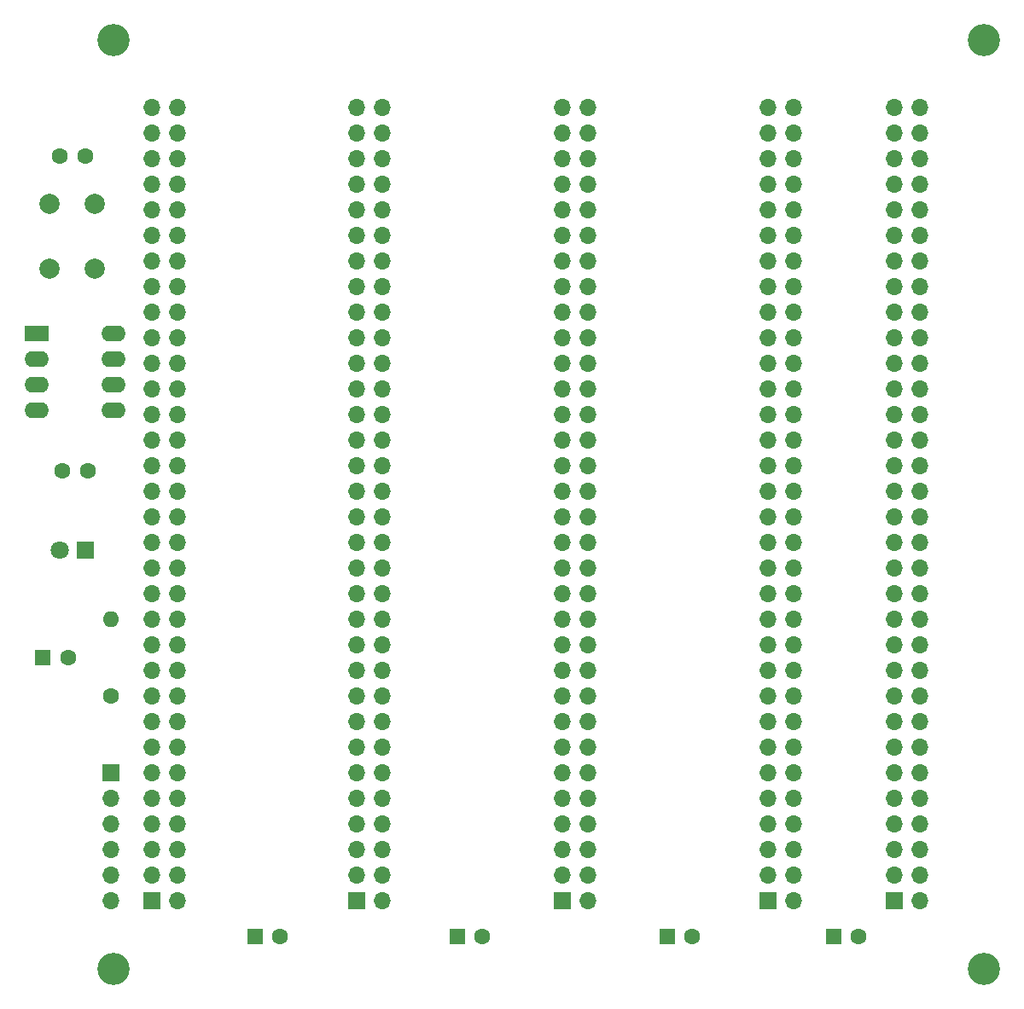
<source format=gts>
G04 #@! TF.GenerationSoftware,KiCad,Pcbnew,(6.0.2)*
G04 #@! TF.CreationDate,2022-10-15T15:33:45-07:00*
G04 #@! TF.ProjectId,Backplane,4261636b-706c-4616-9e65-2e6b69636164,1.0*
G04 #@! TF.SameCoordinates,Original*
G04 #@! TF.FileFunction,Soldermask,Top*
G04 #@! TF.FilePolarity,Negative*
%FSLAX46Y46*%
G04 Gerber Fmt 4.6, Leading zero omitted, Abs format (unit mm)*
G04 Created by KiCad (PCBNEW (6.0.2)) date 2022-10-15 15:33:45*
%MOMM*%
%LPD*%
G01*
G04 APERTURE LIST*
%ADD10R,2.400000X1.600000*%
%ADD11O,2.400000X1.600000*%
%ADD12C,2.000000*%
%ADD13C,1.600000*%
%ADD14O,1.600000X1.600000*%
%ADD15R,1.800000X1.800000*%
%ADD16C,1.800000*%
%ADD17R,1.600000X1.600000*%
%ADD18R,1.700000X1.700000*%
%ADD19O,1.700000X1.700000*%
%ADD20C,3.200000*%
G04 APERTURE END LIST*
D10*
X98537000Y-79512000D03*
D11*
X98537000Y-82052000D03*
X98537000Y-84592000D03*
X98537000Y-87132000D03*
X106157000Y-87132000D03*
X106157000Y-84592000D03*
X106157000Y-82052000D03*
X106157000Y-79512000D03*
D12*
X99822000Y-66652000D03*
X99822000Y-73152000D03*
X104322000Y-66652000D03*
X104322000Y-73152000D03*
D13*
X101112000Y-93218000D03*
X103612000Y-93218000D03*
X103358000Y-61976000D03*
X100858000Y-61976000D03*
X105918000Y-115570000D03*
D14*
X105918000Y-107950000D03*
D15*
X103383000Y-101092000D03*
D16*
X100843000Y-101092000D03*
D17*
X99147600Y-111760000D03*
D13*
X101647600Y-111760000D03*
D17*
X120206900Y-139446000D03*
D13*
X122706900Y-139446000D03*
D17*
X177610900Y-139446000D03*
D13*
X180110900Y-139446000D03*
D17*
X161100900Y-139446000D03*
D13*
X163600900Y-139446000D03*
D17*
X140272900Y-139446000D03*
D13*
X142772900Y-139446000D03*
D18*
X109962000Y-135895000D03*
D19*
X112502000Y-135895000D03*
X109962000Y-133355000D03*
X112502000Y-133355000D03*
X109962000Y-130815000D03*
X112502000Y-130815000D03*
X109962000Y-128275000D03*
X112502000Y-128275000D03*
X109962000Y-125735000D03*
X112502000Y-125735000D03*
X109962000Y-123195000D03*
X112502000Y-123195000D03*
X109962000Y-120655000D03*
X112502000Y-120655000D03*
X109962000Y-118115000D03*
X112502000Y-118115000D03*
X109962000Y-115575000D03*
X112502000Y-115575000D03*
X109962000Y-113035000D03*
X112502000Y-113035000D03*
X109962000Y-110495000D03*
X112502000Y-110495000D03*
X109962000Y-107955000D03*
X112502000Y-107955000D03*
X109962000Y-105415000D03*
X112502000Y-105415000D03*
X109962000Y-102875000D03*
X112502000Y-102875000D03*
X109962000Y-100335000D03*
X112502000Y-100335000D03*
X109962000Y-97795000D03*
X112502000Y-97795000D03*
X109962000Y-95255000D03*
X112502000Y-95255000D03*
X109962000Y-92715000D03*
X112502000Y-92715000D03*
X109962000Y-90175000D03*
X112502000Y-90175000D03*
X109962000Y-87635000D03*
X112502000Y-87635000D03*
X109962000Y-85095000D03*
X112502000Y-85095000D03*
X109962000Y-82555000D03*
X112502000Y-82555000D03*
X109962000Y-80015000D03*
X112502000Y-80015000D03*
X109962000Y-77475000D03*
X112502000Y-77475000D03*
X109962000Y-74935000D03*
X112502000Y-74935000D03*
X109962000Y-72395000D03*
X112502000Y-72395000D03*
X109962000Y-69855000D03*
X112502000Y-69855000D03*
X109962000Y-67315000D03*
X112502000Y-67315000D03*
X109962000Y-64775000D03*
X112502000Y-64775000D03*
X109962000Y-62235000D03*
X112502000Y-62235000D03*
X109962000Y-59695000D03*
X112502000Y-59695000D03*
X109962000Y-57155000D03*
X112502000Y-57155000D03*
X132879300Y-57155000D03*
X130339300Y-57155000D03*
X132879300Y-59695000D03*
X130339300Y-59695000D03*
X132879300Y-62235000D03*
X130339300Y-62235000D03*
X132879300Y-64775000D03*
X130339300Y-64775000D03*
X132879300Y-67315000D03*
X130339300Y-67315000D03*
X132879300Y-69855000D03*
X130339300Y-69855000D03*
X132879300Y-72395000D03*
X130339300Y-72395000D03*
X132879300Y-74935000D03*
X130339300Y-74935000D03*
X132879300Y-77475000D03*
X130339300Y-77475000D03*
X132879300Y-80015000D03*
X130339300Y-80015000D03*
X132879300Y-82555000D03*
X130339300Y-82555000D03*
X132879300Y-85095000D03*
X130339300Y-85095000D03*
X132879300Y-87635000D03*
X130339300Y-87635000D03*
X132879300Y-90175000D03*
X130339300Y-90175000D03*
X132879300Y-92715000D03*
X130339300Y-92715000D03*
X132879300Y-95255000D03*
X130339300Y-95255000D03*
X132879300Y-97795000D03*
X130339300Y-97795000D03*
X132879300Y-100335000D03*
X130339300Y-100335000D03*
X132879300Y-102875000D03*
X130339300Y-102875000D03*
X132879300Y-105415000D03*
X130339300Y-105415000D03*
X132879300Y-107955000D03*
X130339300Y-107955000D03*
X132879300Y-110495000D03*
X130339300Y-110495000D03*
X132879300Y-113035000D03*
X130339300Y-113035000D03*
X132879300Y-115575000D03*
X130339300Y-115575000D03*
X132879300Y-118115000D03*
X130339300Y-118115000D03*
X132879300Y-120655000D03*
X130339300Y-120655000D03*
X132879300Y-123195000D03*
X130339300Y-123195000D03*
X132879300Y-125735000D03*
X130339300Y-125735000D03*
X132879300Y-128275000D03*
X130339300Y-128275000D03*
X132879300Y-130815000D03*
X130339300Y-130815000D03*
X132879300Y-133355000D03*
X130339300Y-133355000D03*
X132879300Y-135895000D03*
D18*
X130339300Y-135895000D03*
D19*
X173634000Y-57155000D03*
X171094000Y-57155000D03*
X173634000Y-59695000D03*
X171094000Y-59695000D03*
X173634000Y-62235000D03*
X171094000Y-62235000D03*
X173634000Y-64775000D03*
X171094000Y-64775000D03*
X173634000Y-67315000D03*
X171094000Y-67315000D03*
X173634000Y-69855000D03*
X171094000Y-69855000D03*
X173634000Y-72395000D03*
X171094000Y-72395000D03*
X173634000Y-74935000D03*
X171094000Y-74935000D03*
X173634000Y-77475000D03*
X171094000Y-77475000D03*
X173634000Y-80015000D03*
X171094000Y-80015000D03*
X173634000Y-82555000D03*
X171094000Y-82555000D03*
X173634000Y-85095000D03*
X171094000Y-85095000D03*
X173634000Y-87635000D03*
X171094000Y-87635000D03*
X173634000Y-90175000D03*
X171094000Y-90175000D03*
X173634000Y-92715000D03*
X171094000Y-92715000D03*
X173634000Y-95255000D03*
X171094000Y-95255000D03*
X173634000Y-97795000D03*
X171094000Y-97795000D03*
X173634000Y-100335000D03*
X171094000Y-100335000D03*
X173634000Y-102875000D03*
X171094000Y-102875000D03*
X173634000Y-105415000D03*
X171094000Y-105415000D03*
X173634000Y-107955000D03*
X171094000Y-107955000D03*
X173634000Y-110495000D03*
X171094000Y-110495000D03*
X173634000Y-113035000D03*
X171094000Y-113035000D03*
X173634000Y-115575000D03*
X171094000Y-115575000D03*
X173634000Y-118115000D03*
X171094000Y-118115000D03*
X173634000Y-120655000D03*
X171094000Y-120655000D03*
X173634000Y-123195000D03*
X171094000Y-123195000D03*
X173634000Y-125735000D03*
X171094000Y-125735000D03*
X173634000Y-128275000D03*
X171094000Y-128275000D03*
X173634000Y-130815000D03*
X171094000Y-130815000D03*
X173634000Y-133355000D03*
X171094000Y-133355000D03*
X173634000Y-135895000D03*
D18*
X171094000Y-135895000D03*
D19*
X153256700Y-57155000D03*
X150716700Y-57155000D03*
X153256700Y-59695000D03*
X150716700Y-59695000D03*
X153256700Y-62235000D03*
X150716700Y-62235000D03*
X153256700Y-64775000D03*
X150716700Y-64775000D03*
X153256700Y-67315000D03*
X150716700Y-67315000D03*
X153256700Y-69855000D03*
X150716700Y-69855000D03*
X153256700Y-72395000D03*
X150716700Y-72395000D03*
X153256700Y-74935000D03*
X150716700Y-74935000D03*
X153256700Y-77475000D03*
X150716700Y-77475000D03*
X153256700Y-80015000D03*
X150716700Y-80015000D03*
X153256700Y-82555000D03*
X150716700Y-82555000D03*
X153256700Y-85095000D03*
X150716700Y-85095000D03*
X153256700Y-87635000D03*
X150716700Y-87635000D03*
X153256700Y-90175000D03*
X150716700Y-90175000D03*
X153256700Y-92715000D03*
X150716700Y-92715000D03*
X153256700Y-95255000D03*
X150716700Y-95255000D03*
X153256700Y-97795000D03*
X150716700Y-97795000D03*
X153256700Y-100335000D03*
X150716700Y-100335000D03*
X153256700Y-102875000D03*
X150716700Y-102875000D03*
X153256700Y-105415000D03*
X150716700Y-105415000D03*
X153256700Y-107955000D03*
X150716700Y-107955000D03*
X153256700Y-110495000D03*
X150716700Y-110495000D03*
X153256700Y-113035000D03*
X150716700Y-113035000D03*
X153256700Y-115575000D03*
X150716700Y-115575000D03*
X153256700Y-118115000D03*
X150716700Y-118115000D03*
X153256700Y-120655000D03*
X150716700Y-120655000D03*
X153256700Y-123195000D03*
X150716700Y-123195000D03*
X153256700Y-125735000D03*
X150716700Y-125735000D03*
X153256700Y-128275000D03*
X150716700Y-128275000D03*
X153256700Y-130815000D03*
X150716700Y-130815000D03*
X153256700Y-133355000D03*
X150716700Y-133355000D03*
X153256700Y-135895000D03*
D18*
X150716700Y-135895000D03*
X105918000Y-123190000D03*
D19*
X105918000Y-125730000D03*
X105918000Y-128270000D03*
X105918000Y-130810000D03*
X105918000Y-133350000D03*
X105918000Y-135890000D03*
D20*
X192532000Y-50419000D03*
X192532000Y-142621000D03*
X106172000Y-50419000D03*
X106172000Y-142621000D03*
D18*
X183605000Y-135895000D03*
D19*
X186145000Y-135895000D03*
X183605000Y-133355000D03*
X186145000Y-133355000D03*
X183605000Y-130815000D03*
X186145000Y-130815000D03*
X183605000Y-128275000D03*
X186145000Y-128275000D03*
X183605000Y-125735000D03*
X186145000Y-125735000D03*
X183605000Y-123195000D03*
X186145000Y-123195000D03*
X183605000Y-120655000D03*
X186145000Y-120655000D03*
X183605000Y-118115000D03*
X186145000Y-118115000D03*
X183605000Y-115575000D03*
X186145000Y-115575000D03*
X183605000Y-113035000D03*
X186145000Y-113035000D03*
X183605000Y-110495000D03*
X186145000Y-110495000D03*
X183605000Y-107955000D03*
X186145000Y-107955000D03*
X183605000Y-105415000D03*
X186145000Y-105415000D03*
X183605000Y-102875000D03*
X186145000Y-102875000D03*
X183605000Y-100335000D03*
X186145000Y-100335000D03*
X183605000Y-97795000D03*
X186145000Y-97795000D03*
X183605000Y-95255000D03*
X186145000Y-95255000D03*
X183605000Y-92715000D03*
X186145000Y-92715000D03*
X183605000Y-90175000D03*
X186145000Y-90175000D03*
X183605000Y-87635000D03*
X186145000Y-87635000D03*
X183605000Y-85095000D03*
X186145000Y-85095000D03*
X183605000Y-82555000D03*
X186145000Y-82555000D03*
X183605000Y-80015000D03*
X186145000Y-80015000D03*
X183605000Y-77475000D03*
X186145000Y-77475000D03*
X183605000Y-74935000D03*
X186145000Y-74935000D03*
X183605000Y-72395000D03*
X186145000Y-72395000D03*
X183605000Y-69855000D03*
X186145000Y-69855000D03*
X183605000Y-67315000D03*
X186145000Y-67315000D03*
X183605000Y-64775000D03*
X186145000Y-64775000D03*
X183605000Y-62235000D03*
X186145000Y-62235000D03*
X183605000Y-59695000D03*
X186145000Y-59695000D03*
X183605000Y-57155000D03*
X186145000Y-57155000D03*
M02*

</source>
